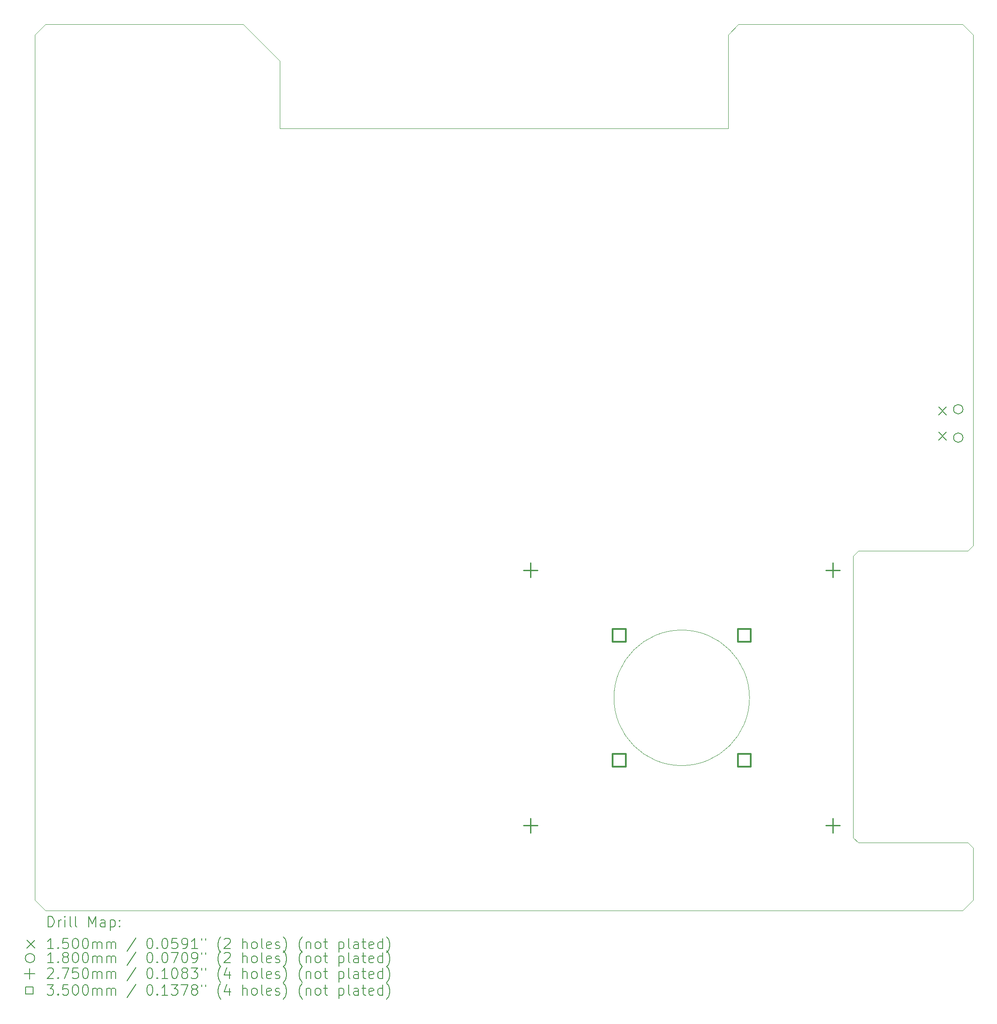
<source format=gbr>
%FSLAX45Y45*%
G04 Gerber Fmt 4.5, Leading zero omitted, Abs format (unit mm)*
G04 Created by KiCad (PCBNEW (6.0.1)) date 2022-05-20 20:27:30*
%MOMM*%
%LPD*%
G01*
G04 APERTURE LIST*
%TA.AperFunction,Profile*%
%ADD10C,0.050000*%
%TD*%
%TA.AperFunction,Profile*%
%ADD11C,0.100000*%
%TD*%
%ADD12C,0.200000*%
%ADD13C,0.150000*%
%ADD14C,0.180000*%
%ADD15C,0.275000*%
%ADD16C,0.350000*%
G04 APERTURE END LIST*
D10*
X2000000Y-18800000D02*
X2000000Y-2200000D01*
X6700000Y-4000000D02*
X6700000Y-2700000D01*
X15300000Y-4000000D02*
X6700000Y-4000000D01*
X15300000Y-2200000D02*
X15300000Y-4000000D01*
X17700000Y-17600000D02*
X17700000Y-12200000D01*
X2000000Y-2200000D02*
X2200000Y-2000000D01*
X17700000Y-12200000D02*
X17800000Y-12100000D01*
X20000000Y-17800000D02*
X19900000Y-17700000D01*
X17800000Y-17700000D02*
X17700000Y-17600000D01*
D11*
X15710000Y-14920000D02*
G75*
G03*
X15710000Y-14920000I-1300000J0D01*
G01*
D10*
X19800000Y-2000000D02*
X20000000Y-2200000D01*
X19800000Y-19000000D02*
X2200000Y-19000000D01*
X19900000Y-12100000D02*
X20000000Y-12000000D01*
X19800000Y-2000000D02*
X15500000Y-2000000D01*
X6000000Y-2000000D02*
X6700000Y-2700000D01*
X20000000Y-12000000D02*
X20000000Y-2200000D01*
X2200000Y-2000000D02*
X6000000Y-2000000D01*
X15500000Y-2000000D02*
X15300000Y-2200000D01*
X17800000Y-12100000D02*
X19900000Y-12100000D01*
X19800000Y-19000000D02*
X20000000Y-18800000D01*
X2000000Y-18800000D02*
X2200000Y-19000000D01*
X19900000Y-17700000D02*
X17800000Y-17700000D01*
X20000000Y-18800000D02*
X20000000Y-17800000D01*
D12*
D13*
X19336500Y-9339000D02*
X19486500Y-9489000D01*
X19486500Y-9339000D02*
X19336500Y-9489000D01*
X19336500Y-9824000D02*
X19486500Y-9974000D01*
X19486500Y-9824000D02*
X19336500Y-9974000D01*
D14*
X19804500Y-9384000D02*
G75*
G03*
X19804500Y-9384000I-90000J0D01*
G01*
X19804500Y-9929000D02*
G75*
G03*
X19804500Y-9929000I-90000J0D01*
G01*
D15*
X11510000Y-12332500D02*
X11510000Y-12607500D01*
X11372500Y-12470000D02*
X11647500Y-12470000D01*
X11510000Y-17232500D02*
X11510000Y-17507500D01*
X11372500Y-17370000D02*
X11647500Y-17370000D01*
X17310000Y-12332500D02*
X17310000Y-12607500D01*
X17172500Y-12470000D02*
X17447500Y-12470000D01*
X17310000Y-17232500D02*
X17310000Y-17507500D01*
X17172500Y-17370000D02*
X17447500Y-17370000D01*
D16*
X13333745Y-13843745D02*
X13333745Y-13596255D01*
X13086255Y-13596255D01*
X13086255Y-13843745D01*
X13333745Y-13843745D01*
X13333745Y-16243745D02*
X13333745Y-15996255D01*
X13086255Y-15996255D01*
X13086255Y-16243745D01*
X13333745Y-16243745D01*
X15733745Y-13843745D02*
X15733745Y-13596255D01*
X15486255Y-13596255D01*
X15486255Y-13843745D01*
X15733745Y-13843745D01*
X15733745Y-16243745D02*
X15733745Y-15996255D01*
X15486255Y-15996255D01*
X15486255Y-16243745D01*
X15733745Y-16243745D01*
D12*
X2255119Y-19312976D02*
X2255119Y-19112976D01*
X2302738Y-19112976D01*
X2331310Y-19122500D01*
X2350357Y-19141548D01*
X2359881Y-19160595D01*
X2369405Y-19198690D01*
X2369405Y-19227262D01*
X2359881Y-19265357D01*
X2350357Y-19284405D01*
X2331310Y-19303452D01*
X2302738Y-19312976D01*
X2255119Y-19312976D01*
X2455119Y-19312976D02*
X2455119Y-19179643D01*
X2455119Y-19217738D02*
X2464643Y-19198690D01*
X2474167Y-19189167D01*
X2493214Y-19179643D01*
X2512262Y-19179643D01*
X2578929Y-19312976D02*
X2578929Y-19179643D01*
X2578929Y-19112976D02*
X2569405Y-19122500D01*
X2578929Y-19132024D01*
X2588452Y-19122500D01*
X2578929Y-19112976D01*
X2578929Y-19132024D01*
X2702738Y-19312976D02*
X2683690Y-19303452D01*
X2674167Y-19284405D01*
X2674167Y-19112976D01*
X2807500Y-19312976D02*
X2788452Y-19303452D01*
X2778929Y-19284405D01*
X2778929Y-19112976D01*
X3036071Y-19312976D02*
X3036071Y-19112976D01*
X3102738Y-19255833D01*
X3169405Y-19112976D01*
X3169405Y-19312976D01*
X3350357Y-19312976D02*
X3350357Y-19208214D01*
X3340833Y-19189167D01*
X3321786Y-19179643D01*
X3283690Y-19179643D01*
X3264643Y-19189167D01*
X3350357Y-19303452D02*
X3331309Y-19312976D01*
X3283690Y-19312976D01*
X3264643Y-19303452D01*
X3255119Y-19284405D01*
X3255119Y-19265357D01*
X3264643Y-19246310D01*
X3283690Y-19236786D01*
X3331309Y-19236786D01*
X3350357Y-19227262D01*
X3445595Y-19179643D02*
X3445595Y-19379643D01*
X3445595Y-19189167D02*
X3464643Y-19179643D01*
X3502738Y-19179643D01*
X3521786Y-19189167D01*
X3531309Y-19198690D01*
X3540833Y-19217738D01*
X3540833Y-19274881D01*
X3531309Y-19293929D01*
X3521786Y-19303452D01*
X3502738Y-19312976D01*
X3464643Y-19312976D01*
X3445595Y-19303452D01*
X3626548Y-19293929D02*
X3636071Y-19303452D01*
X3626548Y-19312976D01*
X3617024Y-19303452D01*
X3626548Y-19293929D01*
X3626548Y-19312976D01*
X3626548Y-19189167D02*
X3636071Y-19198690D01*
X3626548Y-19208214D01*
X3617024Y-19198690D01*
X3626548Y-19189167D01*
X3626548Y-19208214D01*
D13*
X1847500Y-19567500D02*
X1997500Y-19717500D01*
X1997500Y-19567500D02*
X1847500Y-19717500D01*
D12*
X2359881Y-19732976D02*
X2245595Y-19732976D01*
X2302738Y-19732976D02*
X2302738Y-19532976D01*
X2283690Y-19561548D01*
X2264643Y-19580595D01*
X2245595Y-19590119D01*
X2445595Y-19713929D02*
X2455119Y-19723452D01*
X2445595Y-19732976D01*
X2436071Y-19723452D01*
X2445595Y-19713929D01*
X2445595Y-19732976D01*
X2636071Y-19532976D02*
X2540833Y-19532976D01*
X2531310Y-19628214D01*
X2540833Y-19618690D01*
X2559881Y-19609167D01*
X2607500Y-19609167D01*
X2626548Y-19618690D01*
X2636071Y-19628214D01*
X2645595Y-19647262D01*
X2645595Y-19694881D01*
X2636071Y-19713929D01*
X2626548Y-19723452D01*
X2607500Y-19732976D01*
X2559881Y-19732976D01*
X2540833Y-19723452D01*
X2531310Y-19713929D01*
X2769405Y-19532976D02*
X2788452Y-19532976D01*
X2807500Y-19542500D01*
X2817024Y-19552024D01*
X2826548Y-19571071D01*
X2836071Y-19609167D01*
X2836071Y-19656786D01*
X2826548Y-19694881D01*
X2817024Y-19713929D01*
X2807500Y-19723452D01*
X2788452Y-19732976D01*
X2769405Y-19732976D01*
X2750357Y-19723452D01*
X2740833Y-19713929D01*
X2731310Y-19694881D01*
X2721786Y-19656786D01*
X2721786Y-19609167D01*
X2731310Y-19571071D01*
X2740833Y-19552024D01*
X2750357Y-19542500D01*
X2769405Y-19532976D01*
X2959881Y-19532976D02*
X2978928Y-19532976D01*
X2997976Y-19542500D01*
X3007500Y-19552024D01*
X3017024Y-19571071D01*
X3026548Y-19609167D01*
X3026548Y-19656786D01*
X3017024Y-19694881D01*
X3007500Y-19713929D01*
X2997976Y-19723452D01*
X2978928Y-19732976D01*
X2959881Y-19732976D01*
X2940833Y-19723452D01*
X2931309Y-19713929D01*
X2921786Y-19694881D01*
X2912262Y-19656786D01*
X2912262Y-19609167D01*
X2921786Y-19571071D01*
X2931309Y-19552024D01*
X2940833Y-19542500D01*
X2959881Y-19532976D01*
X3112262Y-19732976D02*
X3112262Y-19599643D01*
X3112262Y-19618690D02*
X3121786Y-19609167D01*
X3140833Y-19599643D01*
X3169405Y-19599643D01*
X3188452Y-19609167D01*
X3197976Y-19628214D01*
X3197976Y-19732976D01*
X3197976Y-19628214D02*
X3207500Y-19609167D01*
X3226548Y-19599643D01*
X3255119Y-19599643D01*
X3274167Y-19609167D01*
X3283690Y-19628214D01*
X3283690Y-19732976D01*
X3378928Y-19732976D02*
X3378928Y-19599643D01*
X3378928Y-19618690D02*
X3388452Y-19609167D01*
X3407500Y-19599643D01*
X3436071Y-19599643D01*
X3455119Y-19609167D01*
X3464643Y-19628214D01*
X3464643Y-19732976D01*
X3464643Y-19628214D02*
X3474167Y-19609167D01*
X3493214Y-19599643D01*
X3521786Y-19599643D01*
X3540833Y-19609167D01*
X3550357Y-19628214D01*
X3550357Y-19732976D01*
X3940833Y-19523452D02*
X3769405Y-19780595D01*
X4197976Y-19532976D02*
X4217024Y-19532976D01*
X4236071Y-19542500D01*
X4245595Y-19552024D01*
X4255119Y-19571071D01*
X4264643Y-19609167D01*
X4264643Y-19656786D01*
X4255119Y-19694881D01*
X4245595Y-19713929D01*
X4236071Y-19723452D01*
X4217024Y-19732976D01*
X4197976Y-19732976D01*
X4178928Y-19723452D01*
X4169405Y-19713929D01*
X4159881Y-19694881D01*
X4150357Y-19656786D01*
X4150357Y-19609167D01*
X4159881Y-19571071D01*
X4169405Y-19552024D01*
X4178928Y-19542500D01*
X4197976Y-19532976D01*
X4350357Y-19713929D02*
X4359881Y-19723452D01*
X4350357Y-19732976D01*
X4340833Y-19723452D01*
X4350357Y-19713929D01*
X4350357Y-19732976D01*
X4483690Y-19532976D02*
X4502738Y-19532976D01*
X4521786Y-19542500D01*
X4531310Y-19552024D01*
X4540833Y-19571071D01*
X4550357Y-19609167D01*
X4550357Y-19656786D01*
X4540833Y-19694881D01*
X4531310Y-19713929D01*
X4521786Y-19723452D01*
X4502738Y-19732976D01*
X4483690Y-19732976D01*
X4464643Y-19723452D01*
X4455119Y-19713929D01*
X4445595Y-19694881D01*
X4436071Y-19656786D01*
X4436071Y-19609167D01*
X4445595Y-19571071D01*
X4455119Y-19552024D01*
X4464643Y-19542500D01*
X4483690Y-19532976D01*
X4731310Y-19532976D02*
X4636071Y-19532976D01*
X4626548Y-19628214D01*
X4636071Y-19618690D01*
X4655119Y-19609167D01*
X4702738Y-19609167D01*
X4721786Y-19618690D01*
X4731310Y-19628214D01*
X4740833Y-19647262D01*
X4740833Y-19694881D01*
X4731310Y-19713929D01*
X4721786Y-19723452D01*
X4702738Y-19732976D01*
X4655119Y-19732976D01*
X4636071Y-19723452D01*
X4626548Y-19713929D01*
X4836071Y-19732976D02*
X4874167Y-19732976D01*
X4893214Y-19723452D01*
X4902738Y-19713929D01*
X4921786Y-19685357D01*
X4931310Y-19647262D01*
X4931310Y-19571071D01*
X4921786Y-19552024D01*
X4912262Y-19542500D01*
X4893214Y-19532976D01*
X4855119Y-19532976D01*
X4836071Y-19542500D01*
X4826548Y-19552024D01*
X4817024Y-19571071D01*
X4817024Y-19618690D01*
X4826548Y-19637738D01*
X4836071Y-19647262D01*
X4855119Y-19656786D01*
X4893214Y-19656786D01*
X4912262Y-19647262D01*
X4921786Y-19637738D01*
X4931310Y-19618690D01*
X5121786Y-19732976D02*
X5007500Y-19732976D01*
X5064643Y-19732976D02*
X5064643Y-19532976D01*
X5045595Y-19561548D01*
X5026548Y-19580595D01*
X5007500Y-19590119D01*
X5197976Y-19532976D02*
X5197976Y-19571071D01*
X5274167Y-19532976D02*
X5274167Y-19571071D01*
X5569405Y-19809167D02*
X5559881Y-19799643D01*
X5540833Y-19771071D01*
X5531310Y-19752024D01*
X5521786Y-19723452D01*
X5512262Y-19675833D01*
X5512262Y-19637738D01*
X5521786Y-19590119D01*
X5531310Y-19561548D01*
X5540833Y-19542500D01*
X5559881Y-19513929D01*
X5569405Y-19504405D01*
X5636071Y-19552024D02*
X5645595Y-19542500D01*
X5664643Y-19532976D01*
X5712262Y-19532976D01*
X5731309Y-19542500D01*
X5740833Y-19552024D01*
X5750357Y-19571071D01*
X5750357Y-19590119D01*
X5740833Y-19618690D01*
X5626548Y-19732976D01*
X5750357Y-19732976D01*
X5988452Y-19732976D02*
X5988452Y-19532976D01*
X6074167Y-19732976D02*
X6074167Y-19628214D01*
X6064643Y-19609167D01*
X6045595Y-19599643D01*
X6017024Y-19599643D01*
X5997976Y-19609167D01*
X5988452Y-19618690D01*
X6197976Y-19732976D02*
X6178928Y-19723452D01*
X6169405Y-19713929D01*
X6159881Y-19694881D01*
X6159881Y-19637738D01*
X6169405Y-19618690D01*
X6178928Y-19609167D01*
X6197976Y-19599643D01*
X6226548Y-19599643D01*
X6245595Y-19609167D01*
X6255119Y-19618690D01*
X6264643Y-19637738D01*
X6264643Y-19694881D01*
X6255119Y-19713929D01*
X6245595Y-19723452D01*
X6226548Y-19732976D01*
X6197976Y-19732976D01*
X6378928Y-19732976D02*
X6359881Y-19723452D01*
X6350357Y-19704405D01*
X6350357Y-19532976D01*
X6531309Y-19723452D02*
X6512262Y-19732976D01*
X6474167Y-19732976D01*
X6455119Y-19723452D01*
X6445595Y-19704405D01*
X6445595Y-19628214D01*
X6455119Y-19609167D01*
X6474167Y-19599643D01*
X6512262Y-19599643D01*
X6531309Y-19609167D01*
X6540833Y-19628214D01*
X6540833Y-19647262D01*
X6445595Y-19666310D01*
X6617024Y-19723452D02*
X6636071Y-19732976D01*
X6674167Y-19732976D01*
X6693214Y-19723452D01*
X6702738Y-19704405D01*
X6702738Y-19694881D01*
X6693214Y-19675833D01*
X6674167Y-19666310D01*
X6645595Y-19666310D01*
X6626548Y-19656786D01*
X6617024Y-19637738D01*
X6617024Y-19628214D01*
X6626548Y-19609167D01*
X6645595Y-19599643D01*
X6674167Y-19599643D01*
X6693214Y-19609167D01*
X6769405Y-19809167D02*
X6778928Y-19799643D01*
X6797976Y-19771071D01*
X6807500Y-19752024D01*
X6817024Y-19723452D01*
X6826548Y-19675833D01*
X6826548Y-19637738D01*
X6817024Y-19590119D01*
X6807500Y-19561548D01*
X6797976Y-19542500D01*
X6778928Y-19513929D01*
X6769405Y-19504405D01*
X7131309Y-19809167D02*
X7121786Y-19799643D01*
X7102738Y-19771071D01*
X7093214Y-19752024D01*
X7083690Y-19723452D01*
X7074167Y-19675833D01*
X7074167Y-19637738D01*
X7083690Y-19590119D01*
X7093214Y-19561548D01*
X7102738Y-19542500D01*
X7121786Y-19513929D01*
X7131309Y-19504405D01*
X7207500Y-19599643D02*
X7207500Y-19732976D01*
X7207500Y-19618690D02*
X7217024Y-19609167D01*
X7236071Y-19599643D01*
X7264643Y-19599643D01*
X7283690Y-19609167D01*
X7293214Y-19628214D01*
X7293214Y-19732976D01*
X7417024Y-19732976D02*
X7397976Y-19723452D01*
X7388452Y-19713929D01*
X7378928Y-19694881D01*
X7378928Y-19637738D01*
X7388452Y-19618690D01*
X7397976Y-19609167D01*
X7417024Y-19599643D01*
X7445595Y-19599643D01*
X7464643Y-19609167D01*
X7474167Y-19618690D01*
X7483690Y-19637738D01*
X7483690Y-19694881D01*
X7474167Y-19713929D01*
X7464643Y-19723452D01*
X7445595Y-19732976D01*
X7417024Y-19732976D01*
X7540833Y-19599643D02*
X7617024Y-19599643D01*
X7569405Y-19532976D02*
X7569405Y-19704405D01*
X7578928Y-19723452D01*
X7597976Y-19732976D01*
X7617024Y-19732976D01*
X7836071Y-19599643D02*
X7836071Y-19799643D01*
X7836071Y-19609167D02*
X7855119Y-19599643D01*
X7893214Y-19599643D01*
X7912262Y-19609167D01*
X7921786Y-19618690D01*
X7931309Y-19637738D01*
X7931309Y-19694881D01*
X7921786Y-19713929D01*
X7912262Y-19723452D01*
X7893214Y-19732976D01*
X7855119Y-19732976D01*
X7836071Y-19723452D01*
X8045595Y-19732976D02*
X8026548Y-19723452D01*
X8017024Y-19704405D01*
X8017024Y-19532976D01*
X8207500Y-19732976D02*
X8207500Y-19628214D01*
X8197976Y-19609167D01*
X8178928Y-19599643D01*
X8140833Y-19599643D01*
X8121786Y-19609167D01*
X8207500Y-19723452D02*
X8188452Y-19732976D01*
X8140833Y-19732976D01*
X8121786Y-19723452D01*
X8112262Y-19704405D01*
X8112262Y-19685357D01*
X8121786Y-19666310D01*
X8140833Y-19656786D01*
X8188452Y-19656786D01*
X8207500Y-19647262D01*
X8274167Y-19599643D02*
X8350357Y-19599643D01*
X8302738Y-19532976D02*
X8302738Y-19704405D01*
X8312262Y-19723452D01*
X8331309Y-19732976D01*
X8350357Y-19732976D01*
X8493214Y-19723452D02*
X8474167Y-19732976D01*
X8436071Y-19732976D01*
X8417024Y-19723452D01*
X8407500Y-19704405D01*
X8407500Y-19628214D01*
X8417024Y-19609167D01*
X8436071Y-19599643D01*
X8474167Y-19599643D01*
X8493214Y-19609167D01*
X8502738Y-19628214D01*
X8502738Y-19647262D01*
X8407500Y-19666310D01*
X8674167Y-19732976D02*
X8674167Y-19532976D01*
X8674167Y-19723452D02*
X8655119Y-19732976D01*
X8617024Y-19732976D01*
X8597976Y-19723452D01*
X8588452Y-19713929D01*
X8578929Y-19694881D01*
X8578929Y-19637738D01*
X8588452Y-19618690D01*
X8597976Y-19609167D01*
X8617024Y-19599643D01*
X8655119Y-19599643D01*
X8674167Y-19609167D01*
X8750357Y-19809167D02*
X8759881Y-19799643D01*
X8778929Y-19771071D01*
X8788452Y-19752024D01*
X8797976Y-19723452D01*
X8807500Y-19675833D01*
X8807500Y-19637738D01*
X8797976Y-19590119D01*
X8788452Y-19561548D01*
X8778929Y-19542500D01*
X8759881Y-19513929D01*
X8750357Y-19504405D01*
D14*
X1997500Y-19912500D02*
G75*
G03*
X1997500Y-19912500I-90000J0D01*
G01*
D12*
X2359881Y-20002976D02*
X2245595Y-20002976D01*
X2302738Y-20002976D02*
X2302738Y-19802976D01*
X2283690Y-19831548D01*
X2264643Y-19850595D01*
X2245595Y-19860119D01*
X2445595Y-19983929D02*
X2455119Y-19993452D01*
X2445595Y-20002976D01*
X2436071Y-19993452D01*
X2445595Y-19983929D01*
X2445595Y-20002976D01*
X2569405Y-19888690D02*
X2550357Y-19879167D01*
X2540833Y-19869643D01*
X2531310Y-19850595D01*
X2531310Y-19841071D01*
X2540833Y-19822024D01*
X2550357Y-19812500D01*
X2569405Y-19802976D01*
X2607500Y-19802976D01*
X2626548Y-19812500D01*
X2636071Y-19822024D01*
X2645595Y-19841071D01*
X2645595Y-19850595D01*
X2636071Y-19869643D01*
X2626548Y-19879167D01*
X2607500Y-19888690D01*
X2569405Y-19888690D01*
X2550357Y-19898214D01*
X2540833Y-19907738D01*
X2531310Y-19926786D01*
X2531310Y-19964881D01*
X2540833Y-19983929D01*
X2550357Y-19993452D01*
X2569405Y-20002976D01*
X2607500Y-20002976D01*
X2626548Y-19993452D01*
X2636071Y-19983929D01*
X2645595Y-19964881D01*
X2645595Y-19926786D01*
X2636071Y-19907738D01*
X2626548Y-19898214D01*
X2607500Y-19888690D01*
X2769405Y-19802976D02*
X2788452Y-19802976D01*
X2807500Y-19812500D01*
X2817024Y-19822024D01*
X2826548Y-19841071D01*
X2836071Y-19879167D01*
X2836071Y-19926786D01*
X2826548Y-19964881D01*
X2817024Y-19983929D01*
X2807500Y-19993452D01*
X2788452Y-20002976D01*
X2769405Y-20002976D01*
X2750357Y-19993452D01*
X2740833Y-19983929D01*
X2731310Y-19964881D01*
X2721786Y-19926786D01*
X2721786Y-19879167D01*
X2731310Y-19841071D01*
X2740833Y-19822024D01*
X2750357Y-19812500D01*
X2769405Y-19802976D01*
X2959881Y-19802976D02*
X2978928Y-19802976D01*
X2997976Y-19812500D01*
X3007500Y-19822024D01*
X3017024Y-19841071D01*
X3026548Y-19879167D01*
X3026548Y-19926786D01*
X3017024Y-19964881D01*
X3007500Y-19983929D01*
X2997976Y-19993452D01*
X2978928Y-20002976D01*
X2959881Y-20002976D01*
X2940833Y-19993452D01*
X2931309Y-19983929D01*
X2921786Y-19964881D01*
X2912262Y-19926786D01*
X2912262Y-19879167D01*
X2921786Y-19841071D01*
X2931309Y-19822024D01*
X2940833Y-19812500D01*
X2959881Y-19802976D01*
X3112262Y-20002976D02*
X3112262Y-19869643D01*
X3112262Y-19888690D02*
X3121786Y-19879167D01*
X3140833Y-19869643D01*
X3169405Y-19869643D01*
X3188452Y-19879167D01*
X3197976Y-19898214D01*
X3197976Y-20002976D01*
X3197976Y-19898214D02*
X3207500Y-19879167D01*
X3226548Y-19869643D01*
X3255119Y-19869643D01*
X3274167Y-19879167D01*
X3283690Y-19898214D01*
X3283690Y-20002976D01*
X3378928Y-20002976D02*
X3378928Y-19869643D01*
X3378928Y-19888690D02*
X3388452Y-19879167D01*
X3407500Y-19869643D01*
X3436071Y-19869643D01*
X3455119Y-19879167D01*
X3464643Y-19898214D01*
X3464643Y-20002976D01*
X3464643Y-19898214D02*
X3474167Y-19879167D01*
X3493214Y-19869643D01*
X3521786Y-19869643D01*
X3540833Y-19879167D01*
X3550357Y-19898214D01*
X3550357Y-20002976D01*
X3940833Y-19793452D02*
X3769405Y-20050595D01*
X4197976Y-19802976D02*
X4217024Y-19802976D01*
X4236071Y-19812500D01*
X4245595Y-19822024D01*
X4255119Y-19841071D01*
X4264643Y-19879167D01*
X4264643Y-19926786D01*
X4255119Y-19964881D01*
X4245595Y-19983929D01*
X4236071Y-19993452D01*
X4217024Y-20002976D01*
X4197976Y-20002976D01*
X4178928Y-19993452D01*
X4169405Y-19983929D01*
X4159881Y-19964881D01*
X4150357Y-19926786D01*
X4150357Y-19879167D01*
X4159881Y-19841071D01*
X4169405Y-19822024D01*
X4178928Y-19812500D01*
X4197976Y-19802976D01*
X4350357Y-19983929D02*
X4359881Y-19993452D01*
X4350357Y-20002976D01*
X4340833Y-19993452D01*
X4350357Y-19983929D01*
X4350357Y-20002976D01*
X4483690Y-19802976D02*
X4502738Y-19802976D01*
X4521786Y-19812500D01*
X4531310Y-19822024D01*
X4540833Y-19841071D01*
X4550357Y-19879167D01*
X4550357Y-19926786D01*
X4540833Y-19964881D01*
X4531310Y-19983929D01*
X4521786Y-19993452D01*
X4502738Y-20002976D01*
X4483690Y-20002976D01*
X4464643Y-19993452D01*
X4455119Y-19983929D01*
X4445595Y-19964881D01*
X4436071Y-19926786D01*
X4436071Y-19879167D01*
X4445595Y-19841071D01*
X4455119Y-19822024D01*
X4464643Y-19812500D01*
X4483690Y-19802976D01*
X4617024Y-19802976D02*
X4750357Y-19802976D01*
X4664643Y-20002976D01*
X4864643Y-19802976D02*
X4883690Y-19802976D01*
X4902738Y-19812500D01*
X4912262Y-19822024D01*
X4921786Y-19841071D01*
X4931310Y-19879167D01*
X4931310Y-19926786D01*
X4921786Y-19964881D01*
X4912262Y-19983929D01*
X4902738Y-19993452D01*
X4883690Y-20002976D01*
X4864643Y-20002976D01*
X4845595Y-19993452D01*
X4836071Y-19983929D01*
X4826548Y-19964881D01*
X4817024Y-19926786D01*
X4817024Y-19879167D01*
X4826548Y-19841071D01*
X4836071Y-19822024D01*
X4845595Y-19812500D01*
X4864643Y-19802976D01*
X5026548Y-20002976D02*
X5064643Y-20002976D01*
X5083690Y-19993452D01*
X5093214Y-19983929D01*
X5112262Y-19955357D01*
X5121786Y-19917262D01*
X5121786Y-19841071D01*
X5112262Y-19822024D01*
X5102738Y-19812500D01*
X5083690Y-19802976D01*
X5045595Y-19802976D01*
X5026548Y-19812500D01*
X5017024Y-19822024D01*
X5007500Y-19841071D01*
X5007500Y-19888690D01*
X5017024Y-19907738D01*
X5026548Y-19917262D01*
X5045595Y-19926786D01*
X5083690Y-19926786D01*
X5102738Y-19917262D01*
X5112262Y-19907738D01*
X5121786Y-19888690D01*
X5197976Y-19802976D02*
X5197976Y-19841071D01*
X5274167Y-19802976D02*
X5274167Y-19841071D01*
X5569405Y-20079167D02*
X5559881Y-20069643D01*
X5540833Y-20041071D01*
X5531310Y-20022024D01*
X5521786Y-19993452D01*
X5512262Y-19945833D01*
X5512262Y-19907738D01*
X5521786Y-19860119D01*
X5531310Y-19831548D01*
X5540833Y-19812500D01*
X5559881Y-19783929D01*
X5569405Y-19774405D01*
X5636071Y-19822024D02*
X5645595Y-19812500D01*
X5664643Y-19802976D01*
X5712262Y-19802976D01*
X5731309Y-19812500D01*
X5740833Y-19822024D01*
X5750357Y-19841071D01*
X5750357Y-19860119D01*
X5740833Y-19888690D01*
X5626548Y-20002976D01*
X5750357Y-20002976D01*
X5988452Y-20002976D02*
X5988452Y-19802976D01*
X6074167Y-20002976D02*
X6074167Y-19898214D01*
X6064643Y-19879167D01*
X6045595Y-19869643D01*
X6017024Y-19869643D01*
X5997976Y-19879167D01*
X5988452Y-19888690D01*
X6197976Y-20002976D02*
X6178928Y-19993452D01*
X6169405Y-19983929D01*
X6159881Y-19964881D01*
X6159881Y-19907738D01*
X6169405Y-19888690D01*
X6178928Y-19879167D01*
X6197976Y-19869643D01*
X6226548Y-19869643D01*
X6245595Y-19879167D01*
X6255119Y-19888690D01*
X6264643Y-19907738D01*
X6264643Y-19964881D01*
X6255119Y-19983929D01*
X6245595Y-19993452D01*
X6226548Y-20002976D01*
X6197976Y-20002976D01*
X6378928Y-20002976D02*
X6359881Y-19993452D01*
X6350357Y-19974405D01*
X6350357Y-19802976D01*
X6531309Y-19993452D02*
X6512262Y-20002976D01*
X6474167Y-20002976D01*
X6455119Y-19993452D01*
X6445595Y-19974405D01*
X6445595Y-19898214D01*
X6455119Y-19879167D01*
X6474167Y-19869643D01*
X6512262Y-19869643D01*
X6531309Y-19879167D01*
X6540833Y-19898214D01*
X6540833Y-19917262D01*
X6445595Y-19936310D01*
X6617024Y-19993452D02*
X6636071Y-20002976D01*
X6674167Y-20002976D01*
X6693214Y-19993452D01*
X6702738Y-19974405D01*
X6702738Y-19964881D01*
X6693214Y-19945833D01*
X6674167Y-19936310D01*
X6645595Y-19936310D01*
X6626548Y-19926786D01*
X6617024Y-19907738D01*
X6617024Y-19898214D01*
X6626548Y-19879167D01*
X6645595Y-19869643D01*
X6674167Y-19869643D01*
X6693214Y-19879167D01*
X6769405Y-20079167D02*
X6778928Y-20069643D01*
X6797976Y-20041071D01*
X6807500Y-20022024D01*
X6817024Y-19993452D01*
X6826548Y-19945833D01*
X6826548Y-19907738D01*
X6817024Y-19860119D01*
X6807500Y-19831548D01*
X6797976Y-19812500D01*
X6778928Y-19783929D01*
X6769405Y-19774405D01*
X7131309Y-20079167D02*
X7121786Y-20069643D01*
X7102738Y-20041071D01*
X7093214Y-20022024D01*
X7083690Y-19993452D01*
X7074167Y-19945833D01*
X7074167Y-19907738D01*
X7083690Y-19860119D01*
X7093214Y-19831548D01*
X7102738Y-19812500D01*
X7121786Y-19783929D01*
X7131309Y-19774405D01*
X7207500Y-19869643D02*
X7207500Y-20002976D01*
X7207500Y-19888690D02*
X7217024Y-19879167D01*
X7236071Y-19869643D01*
X7264643Y-19869643D01*
X7283690Y-19879167D01*
X7293214Y-19898214D01*
X7293214Y-20002976D01*
X7417024Y-20002976D02*
X7397976Y-19993452D01*
X7388452Y-19983929D01*
X7378928Y-19964881D01*
X7378928Y-19907738D01*
X7388452Y-19888690D01*
X7397976Y-19879167D01*
X7417024Y-19869643D01*
X7445595Y-19869643D01*
X7464643Y-19879167D01*
X7474167Y-19888690D01*
X7483690Y-19907738D01*
X7483690Y-19964881D01*
X7474167Y-19983929D01*
X7464643Y-19993452D01*
X7445595Y-20002976D01*
X7417024Y-20002976D01*
X7540833Y-19869643D02*
X7617024Y-19869643D01*
X7569405Y-19802976D02*
X7569405Y-19974405D01*
X7578928Y-19993452D01*
X7597976Y-20002976D01*
X7617024Y-20002976D01*
X7836071Y-19869643D02*
X7836071Y-20069643D01*
X7836071Y-19879167D02*
X7855119Y-19869643D01*
X7893214Y-19869643D01*
X7912262Y-19879167D01*
X7921786Y-19888690D01*
X7931309Y-19907738D01*
X7931309Y-19964881D01*
X7921786Y-19983929D01*
X7912262Y-19993452D01*
X7893214Y-20002976D01*
X7855119Y-20002976D01*
X7836071Y-19993452D01*
X8045595Y-20002976D02*
X8026548Y-19993452D01*
X8017024Y-19974405D01*
X8017024Y-19802976D01*
X8207500Y-20002976D02*
X8207500Y-19898214D01*
X8197976Y-19879167D01*
X8178928Y-19869643D01*
X8140833Y-19869643D01*
X8121786Y-19879167D01*
X8207500Y-19993452D02*
X8188452Y-20002976D01*
X8140833Y-20002976D01*
X8121786Y-19993452D01*
X8112262Y-19974405D01*
X8112262Y-19955357D01*
X8121786Y-19936310D01*
X8140833Y-19926786D01*
X8188452Y-19926786D01*
X8207500Y-19917262D01*
X8274167Y-19869643D02*
X8350357Y-19869643D01*
X8302738Y-19802976D02*
X8302738Y-19974405D01*
X8312262Y-19993452D01*
X8331309Y-20002976D01*
X8350357Y-20002976D01*
X8493214Y-19993452D02*
X8474167Y-20002976D01*
X8436071Y-20002976D01*
X8417024Y-19993452D01*
X8407500Y-19974405D01*
X8407500Y-19898214D01*
X8417024Y-19879167D01*
X8436071Y-19869643D01*
X8474167Y-19869643D01*
X8493214Y-19879167D01*
X8502738Y-19898214D01*
X8502738Y-19917262D01*
X8407500Y-19936310D01*
X8674167Y-20002976D02*
X8674167Y-19802976D01*
X8674167Y-19993452D02*
X8655119Y-20002976D01*
X8617024Y-20002976D01*
X8597976Y-19993452D01*
X8588452Y-19983929D01*
X8578929Y-19964881D01*
X8578929Y-19907738D01*
X8588452Y-19888690D01*
X8597976Y-19879167D01*
X8617024Y-19869643D01*
X8655119Y-19869643D01*
X8674167Y-19879167D01*
X8750357Y-20079167D02*
X8759881Y-20069643D01*
X8778929Y-20041071D01*
X8788452Y-20022024D01*
X8797976Y-19993452D01*
X8807500Y-19945833D01*
X8807500Y-19907738D01*
X8797976Y-19860119D01*
X8788452Y-19831548D01*
X8778929Y-19812500D01*
X8759881Y-19783929D01*
X8750357Y-19774405D01*
X1897500Y-20112500D02*
X1897500Y-20312500D01*
X1797500Y-20212500D02*
X1997500Y-20212500D01*
X2245595Y-20122024D02*
X2255119Y-20112500D01*
X2274167Y-20102976D01*
X2321786Y-20102976D01*
X2340833Y-20112500D01*
X2350357Y-20122024D01*
X2359881Y-20141071D01*
X2359881Y-20160119D01*
X2350357Y-20188690D01*
X2236071Y-20302976D01*
X2359881Y-20302976D01*
X2445595Y-20283929D02*
X2455119Y-20293452D01*
X2445595Y-20302976D01*
X2436071Y-20293452D01*
X2445595Y-20283929D01*
X2445595Y-20302976D01*
X2521786Y-20102976D02*
X2655119Y-20102976D01*
X2569405Y-20302976D01*
X2826548Y-20102976D02*
X2731310Y-20102976D01*
X2721786Y-20198214D01*
X2731310Y-20188690D01*
X2750357Y-20179167D01*
X2797976Y-20179167D01*
X2817024Y-20188690D01*
X2826548Y-20198214D01*
X2836071Y-20217262D01*
X2836071Y-20264881D01*
X2826548Y-20283929D01*
X2817024Y-20293452D01*
X2797976Y-20302976D01*
X2750357Y-20302976D01*
X2731310Y-20293452D01*
X2721786Y-20283929D01*
X2959881Y-20102976D02*
X2978928Y-20102976D01*
X2997976Y-20112500D01*
X3007500Y-20122024D01*
X3017024Y-20141071D01*
X3026548Y-20179167D01*
X3026548Y-20226786D01*
X3017024Y-20264881D01*
X3007500Y-20283929D01*
X2997976Y-20293452D01*
X2978928Y-20302976D01*
X2959881Y-20302976D01*
X2940833Y-20293452D01*
X2931309Y-20283929D01*
X2921786Y-20264881D01*
X2912262Y-20226786D01*
X2912262Y-20179167D01*
X2921786Y-20141071D01*
X2931309Y-20122024D01*
X2940833Y-20112500D01*
X2959881Y-20102976D01*
X3112262Y-20302976D02*
X3112262Y-20169643D01*
X3112262Y-20188690D02*
X3121786Y-20179167D01*
X3140833Y-20169643D01*
X3169405Y-20169643D01*
X3188452Y-20179167D01*
X3197976Y-20198214D01*
X3197976Y-20302976D01*
X3197976Y-20198214D02*
X3207500Y-20179167D01*
X3226548Y-20169643D01*
X3255119Y-20169643D01*
X3274167Y-20179167D01*
X3283690Y-20198214D01*
X3283690Y-20302976D01*
X3378928Y-20302976D02*
X3378928Y-20169643D01*
X3378928Y-20188690D02*
X3388452Y-20179167D01*
X3407500Y-20169643D01*
X3436071Y-20169643D01*
X3455119Y-20179167D01*
X3464643Y-20198214D01*
X3464643Y-20302976D01*
X3464643Y-20198214D02*
X3474167Y-20179167D01*
X3493214Y-20169643D01*
X3521786Y-20169643D01*
X3540833Y-20179167D01*
X3550357Y-20198214D01*
X3550357Y-20302976D01*
X3940833Y-20093452D02*
X3769405Y-20350595D01*
X4197976Y-20102976D02*
X4217024Y-20102976D01*
X4236071Y-20112500D01*
X4245595Y-20122024D01*
X4255119Y-20141071D01*
X4264643Y-20179167D01*
X4264643Y-20226786D01*
X4255119Y-20264881D01*
X4245595Y-20283929D01*
X4236071Y-20293452D01*
X4217024Y-20302976D01*
X4197976Y-20302976D01*
X4178928Y-20293452D01*
X4169405Y-20283929D01*
X4159881Y-20264881D01*
X4150357Y-20226786D01*
X4150357Y-20179167D01*
X4159881Y-20141071D01*
X4169405Y-20122024D01*
X4178928Y-20112500D01*
X4197976Y-20102976D01*
X4350357Y-20283929D02*
X4359881Y-20293452D01*
X4350357Y-20302976D01*
X4340833Y-20293452D01*
X4350357Y-20283929D01*
X4350357Y-20302976D01*
X4550357Y-20302976D02*
X4436071Y-20302976D01*
X4493214Y-20302976D02*
X4493214Y-20102976D01*
X4474167Y-20131548D01*
X4455119Y-20150595D01*
X4436071Y-20160119D01*
X4674167Y-20102976D02*
X4693214Y-20102976D01*
X4712262Y-20112500D01*
X4721786Y-20122024D01*
X4731310Y-20141071D01*
X4740833Y-20179167D01*
X4740833Y-20226786D01*
X4731310Y-20264881D01*
X4721786Y-20283929D01*
X4712262Y-20293452D01*
X4693214Y-20302976D01*
X4674167Y-20302976D01*
X4655119Y-20293452D01*
X4645595Y-20283929D01*
X4636071Y-20264881D01*
X4626548Y-20226786D01*
X4626548Y-20179167D01*
X4636071Y-20141071D01*
X4645595Y-20122024D01*
X4655119Y-20112500D01*
X4674167Y-20102976D01*
X4855119Y-20188690D02*
X4836071Y-20179167D01*
X4826548Y-20169643D01*
X4817024Y-20150595D01*
X4817024Y-20141071D01*
X4826548Y-20122024D01*
X4836071Y-20112500D01*
X4855119Y-20102976D01*
X4893214Y-20102976D01*
X4912262Y-20112500D01*
X4921786Y-20122024D01*
X4931310Y-20141071D01*
X4931310Y-20150595D01*
X4921786Y-20169643D01*
X4912262Y-20179167D01*
X4893214Y-20188690D01*
X4855119Y-20188690D01*
X4836071Y-20198214D01*
X4826548Y-20207738D01*
X4817024Y-20226786D01*
X4817024Y-20264881D01*
X4826548Y-20283929D01*
X4836071Y-20293452D01*
X4855119Y-20302976D01*
X4893214Y-20302976D01*
X4912262Y-20293452D01*
X4921786Y-20283929D01*
X4931310Y-20264881D01*
X4931310Y-20226786D01*
X4921786Y-20207738D01*
X4912262Y-20198214D01*
X4893214Y-20188690D01*
X4997976Y-20102976D02*
X5121786Y-20102976D01*
X5055119Y-20179167D01*
X5083690Y-20179167D01*
X5102738Y-20188690D01*
X5112262Y-20198214D01*
X5121786Y-20217262D01*
X5121786Y-20264881D01*
X5112262Y-20283929D01*
X5102738Y-20293452D01*
X5083690Y-20302976D01*
X5026548Y-20302976D01*
X5007500Y-20293452D01*
X4997976Y-20283929D01*
X5197976Y-20102976D02*
X5197976Y-20141071D01*
X5274167Y-20102976D02*
X5274167Y-20141071D01*
X5569405Y-20379167D02*
X5559881Y-20369643D01*
X5540833Y-20341071D01*
X5531310Y-20322024D01*
X5521786Y-20293452D01*
X5512262Y-20245833D01*
X5512262Y-20207738D01*
X5521786Y-20160119D01*
X5531310Y-20131548D01*
X5540833Y-20112500D01*
X5559881Y-20083929D01*
X5569405Y-20074405D01*
X5731309Y-20169643D02*
X5731309Y-20302976D01*
X5683690Y-20093452D02*
X5636071Y-20236310D01*
X5759881Y-20236310D01*
X5988452Y-20302976D02*
X5988452Y-20102976D01*
X6074167Y-20302976D02*
X6074167Y-20198214D01*
X6064643Y-20179167D01*
X6045595Y-20169643D01*
X6017024Y-20169643D01*
X5997976Y-20179167D01*
X5988452Y-20188690D01*
X6197976Y-20302976D02*
X6178928Y-20293452D01*
X6169405Y-20283929D01*
X6159881Y-20264881D01*
X6159881Y-20207738D01*
X6169405Y-20188690D01*
X6178928Y-20179167D01*
X6197976Y-20169643D01*
X6226548Y-20169643D01*
X6245595Y-20179167D01*
X6255119Y-20188690D01*
X6264643Y-20207738D01*
X6264643Y-20264881D01*
X6255119Y-20283929D01*
X6245595Y-20293452D01*
X6226548Y-20302976D01*
X6197976Y-20302976D01*
X6378928Y-20302976D02*
X6359881Y-20293452D01*
X6350357Y-20274405D01*
X6350357Y-20102976D01*
X6531309Y-20293452D02*
X6512262Y-20302976D01*
X6474167Y-20302976D01*
X6455119Y-20293452D01*
X6445595Y-20274405D01*
X6445595Y-20198214D01*
X6455119Y-20179167D01*
X6474167Y-20169643D01*
X6512262Y-20169643D01*
X6531309Y-20179167D01*
X6540833Y-20198214D01*
X6540833Y-20217262D01*
X6445595Y-20236310D01*
X6617024Y-20293452D02*
X6636071Y-20302976D01*
X6674167Y-20302976D01*
X6693214Y-20293452D01*
X6702738Y-20274405D01*
X6702738Y-20264881D01*
X6693214Y-20245833D01*
X6674167Y-20236310D01*
X6645595Y-20236310D01*
X6626548Y-20226786D01*
X6617024Y-20207738D01*
X6617024Y-20198214D01*
X6626548Y-20179167D01*
X6645595Y-20169643D01*
X6674167Y-20169643D01*
X6693214Y-20179167D01*
X6769405Y-20379167D02*
X6778928Y-20369643D01*
X6797976Y-20341071D01*
X6807500Y-20322024D01*
X6817024Y-20293452D01*
X6826548Y-20245833D01*
X6826548Y-20207738D01*
X6817024Y-20160119D01*
X6807500Y-20131548D01*
X6797976Y-20112500D01*
X6778928Y-20083929D01*
X6769405Y-20074405D01*
X7131309Y-20379167D02*
X7121786Y-20369643D01*
X7102738Y-20341071D01*
X7093214Y-20322024D01*
X7083690Y-20293452D01*
X7074167Y-20245833D01*
X7074167Y-20207738D01*
X7083690Y-20160119D01*
X7093214Y-20131548D01*
X7102738Y-20112500D01*
X7121786Y-20083929D01*
X7131309Y-20074405D01*
X7207500Y-20169643D02*
X7207500Y-20302976D01*
X7207500Y-20188690D02*
X7217024Y-20179167D01*
X7236071Y-20169643D01*
X7264643Y-20169643D01*
X7283690Y-20179167D01*
X7293214Y-20198214D01*
X7293214Y-20302976D01*
X7417024Y-20302976D02*
X7397976Y-20293452D01*
X7388452Y-20283929D01*
X7378928Y-20264881D01*
X7378928Y-20207738D01*
X7388452Y-20188690D01*
X7397976Y-20179167D01*
X7417024Y-20169643D01*
X7445595Y-20169643D01*
X7464643Y-20179167D01*
X7474167Y-20188690D01*
X7483690Y-20207738D01*
X7483690Y-20264881D01*
X7474167Y-20283929D01*
X7464643Y-20293452D01*
X7445595Y-20302976D01*
X7417024Y-20302976D01*
X7540833Y-20169643D02*
X7617024Y-20169643D01*
X7569405Y-20102976D02*
X7569405Y-20274405D01*
X7578928Y-20293452D01*
X7597976Y-20302976D01*
X7617024Y-20302976D01*
X7836071Y-20169643D02*
X7836071Y-20369643D01*
X7836071Y-20179167D02*
X7855119Y-20169643D01*
X7893214Y-20169643D01*
X7912262Y-20179167D01*
X7921786Y-20188690D01*
X7931309Y-20207738D01*
X7931309Y-20264881D01*
X7921786Y-20283929D01*
X7912262Y-20293452D01*
X7893214Y-20302976D01*
X7855119Y-20302976D01*
X7836071Y-20293452D01*
X8045595Y-20302976D02*
X8026548Y-20293452D01*
X8017024Y-20274405D01*
X8017024Y-20102976D01*
X8207500Y-20302976D02*
X8207500Y-20198214D01*
X8197976Y-20179167D01*
X8178928Y-20169643D01*
X8140833Y-20169643D01*
X8121786Y-20179167D01*
X8207500Y-20293452D02*
X8188452Y-20302976D01*
X8140833Y-20302976D01*
X8121786Y-20293452D01*
X8112262Y-20274405D01*
X8112262Y-20255357D01*
X8121786Y-20236310D01*
X8140833Y-20226786D01*
X8188452Y-20226786D01*
X8207500Y-20217262D01*
X8274167Y-20169643D02*
X8350357Y-20169643D01*
X8302738Y-20102976D02*
X8302738Y-20274405D01*
X8312262Y-20293452D01*
X8331309Y-20302976D01*
X8350357Y-20302976D01*
X8493214Y-20293452D02*
X8474167Y-20302976D01*
X8436071Y-20302976D01*
X8417024Y-20293452D01*
X8407500Y-20274405D01*
X8407500Y-20198214D01*
X8417024Y-20179167D01*
X8436071Y-20169643D01*
X8474167Y-20169643D01*
X8493214Y-20179167D01*
X8502738Y-20198214D01*
X8502738Y-20217262D01*
X8407500Y-20236310D01*
X8674167Y-20302976D02*
X8674167Y-20102976D01*
X8674167Y-20293452D02*
X8655119Y-20302976D01*
X8617024Y-20302976D01*
X8597976Y-20293452D01*
X8588452Y-20283929D01*
X8578929Y-20264881D01*
X8578929Y-20207738D01*
X8588452Y-20188690D01*
X8597976Y-20179167D01*
X8617024Y-20169643D01*
X8655119Y-20169643D01*
X8674167Y-20179167D01*
X8750357Y-20379167D02*
X8759881Y-20369643D01*
X8778929Y-20341071D01*
X8788452Y-20322024D01*
X8797976Y-20293452D01*
X8807500Y-20245833D01*
X8807500Y-20207738D01*
X8797976Y-20160119D01*
X8788452Y-20131548D01*
X8778929Y-20112500D01*
X8759881Y-20083929D01*
X8750357Y-20074405D01*
X1968211Y-20603211D02*
X1968211Y-20461789D01*
X1826789Y-20461789D01*
X1826789Y-20603211D01*
X1968211Y-20603211D01*
X2236071Y-20422976D02*
X2359881Y-20422976D01*
X2293214Y-20499167D01*
X2321786Y-20499167D01*
X2340833Y-20508690D01*
X2350357Y-20518214D01*
X2359881Y-20537262D01*
X2359881Y-20584881D01*
X2350357Y-20603929D01*
X2340833Y-20613452D01*
X2321786Y-20622976D01*
X2264643Y-20622976D01*
X2245595Y-20613452D01*
X2236071Y-20603929D01*
X2445595Y-20603929D02*
X2455119Y-20613452D01*
X2445595Y-20622976D01*
X2436071Y-20613452D01*
X2445595Y-20603929D01*
X2445595Y-20622976D01*
X2636071Y-20422976D02*
X2540833Y-20422976D01*
X2531310Y-20518214D01*
X2540833Y-20508690D01*
X2559881Y-20499167D01*
X2607500Y-20499167D01*
X2626548Y-20508690D01*
X2636071Y-20518214D01*
X2645595Y-20537262D01*
X2645595Y-20584881D01*
X2636071Y-20603929D01*
X2626548Y-20613452D01*
X2607500Y-20622976D01*
X2559881Y-20622976D01*
X2540833Y-20613452D01*
X2531310Y-20603929D01*
X2769405Y-20422976D02*
X2788452Y-20422976D01*
X2807500Y-20432500D01*
X2817024Y-20442024D01*
X2826548Y-20461071D01*
X2836071Y-20499167D01*
X2836071Y-20546786D01*
X2826548Y-20584881D01*
X2817024Y-20603929D01*
X2807500Y-20613452D01*
X2788452Y-20622976D01*
X2769405Y-20622976D01*
X2750357Y-20613452D01*
X2740833Y-20603929D01*
X2731310Y-20584881D01*
X2721786Y-20546786D01*
X2721786Y-20499167D01*
X2731310Y-20461071D01*
X2740833Y-20442024D01*
X2750357Y-20432500D01*
X2769405Y-20422976D01*
X2959881Y-20422976D02*
X2978928Y-20422976D01*
X2997976Y-20432500D01*
X3007500Y-20442024D01*
X3017024Y-20461071D01*
X3026548Y-20499167D01*
X3026548Y-20546786D01*
X3017024Y-20584881D01*
X3007500Y-20603929D01*
X2997976Y-20613452D01*
X2978928Y-20622976D01*
X2959881Y-20622976D01*
X2940833Y-20613452D01*
X2931309Y-20603929D01*
X2921786Y-20584881D01*
X2912262Y-20546786D01*
X2912262Y-20499167D01*
X2921786Y-20461071D01*
X2931309Y-20442024D01*
X2940833Y-20432500D01*
X2959881Y-20422976D01*
X3112262Y-20622976D02*
X3112262Y-20489643D01*
X3112262Y-20508690D02*
X3121786Y-20499167D01*
X3140833Y-20489643D01*
X3169405Y-20489643D01*
X3188452Y-20499167D01*
X3197976Y-20518214D01*
X3197976Y-20622976D01*
X3197976Y-20518214D02*
X3207500Y-20499167D01*
X3226548Y-20489643D01*
X3255119Y-20489643D01*
X3274167Y-20499167D01*
X3283690Y-20518214D01*
X3283690Y-20622976D01*
X3378928Y-20622976D02*
X3378928Y-20489643D01*
X3378928Y-20508690D02*
X3388452Y-20499167D01*
X3407500Y-20489643D01*
X3436071Y-20489643D01*
X3455119Y-20499167D01*
X3464643Y-20518214D01*
X3464643Y-20622976D01*
X3464643Y-20518214D02*
X3474167Y-20499167D01*
X3493214Y-20489643D01*
X3521786Y-20489643D01*
X3540833Y-20499167D01*
X3550357Y-20518214D01*
X3550357Y-20622976D01*
X3940833Y-20413452D02*
X3769405Y-20670595D01*
X4197976Y-20422976D02*
X4217024Y-20422976D01*
X4236071Y-20432500D01*
X4245595Y-20442024D01*
X4255119Y-20461071D01*
X4264643Y-20499167D01*
X4264643Y-20546786D01*
X4255119Y-20584881D01*
X4245595Y-20603929D01*
X4236071Y-20613452D01*
X4217024Y-20622976D01*
X4197976Y-20622976D01*
X4178928Y-20613452D01*
X4169405Y-20603929D01*
X4159881Y-20584881D01*
X4150357Y-20546786D01*
X4150357Y-20499167D01*
X4159881Y-20461071D01*
X4169405Y-20442024D01*
X4178928Y-20432500D01*
X4197976Y-20422976D01*
X4350357Y-20603929D02*
X4359881Y-20613452D01*
X4350357Y-20622976D01*
X4340833Y-20613452D01*
X4350357Y-20603929D01*
X4350357Y-20622976D01*
X4550357Y-20622976D02*
X4436071Y-20622976D01*
X4493214Y-20622976D02*
X4493214Y-20422976D01*
X4474167Y-20451548D01*
X4455119Y-20470595D01*
X4436071Y-20480119D01*
X4617024Y-20422976D02*
X4740833Y-20422976D01*
X4674167Y-20499167D01*
X4702738Y-20499167D01*
X4721786Y-20508690D01*
X4731310Y-20518214D01*
X4740833Y-20537262D01*
X4740833Y-20584881D01*
X4731310Y-20603929D01*
X4721786Y-20613452D01*
X4702738Y-20622976D01*
X4645595Y-20622976D01*
X4626548Y-20613452D01*
X4617024Y-20603929D01*
X4807500Y-20422976D02*
X4940833Y-20422976D01*
X4855119Y-20622976D01*
X5045595Y-20508690D02*
X5026548Y-20499167D01*
X5017024Y-20489643D01*
X5007500Y-20470595D01*
X5007500Y-20461071D01*
X5017024Y-20442024D01*
X5026548Y-20432500D01*
X5045595Y-20422976D01*
X5083690Y-20422976D01*
X5102738Y-20432500D01*
X5112262Y-20442024D01*
X5121786Y-20461071D01*
X5121786Y-20470595D01*
X5112262Y-20489643D01*
X5102738Y-20499167D01*
X5083690Y-20508690D01*
X5045595Y-20508690D01*
X5026548Y-20518214D01*
X5017024Y-20527738D01*
X5007500Y-20546786D01*
X5007500Y-20584881D01*
X5017024Y-20603929D01*
X5026548Y-20613452D01*
X5045595Y-20622976D01*
X5083690Y-20622976D01*
X5102738Y-20613452D01*
X5112262Y-20603929D01*
X5121786Y-20584881D01*
X5121786Y-20546786D01*
X5112262Y-20527738D01*
X5102738Y-20518214D01*
X5083690Y-20508690D01*
X5197976Y-20422976D02*
X5197976Y-20461071D01*
X5274167Y-20422976D02*
X5274167Y-20461071D01*
X5569405Y-20699167D02*
X5559881Y-20689643D01*
X5540833Y-20661071D01*
X5531310Y-20642024D01*
X5521786Y-20613452D01*
X5512262Y-20565833D01*
X5512262Y-20527738D01*
X5521786Y-20480119D01*
X5531310Y-20451548D01*
X5540833Y-20432500D01*
X5559881Y-20403929D01*
X5569405Y-20394405D01*
X5731309Y-20489643D02*
X5731309Y-20622976D01*
X5683690Y-20413452D02*
X5636071Y-20556310D01*
X5759881Y-20556310D01*
X5988452Y-20622976D02*
X5988452Y-20422976D01*
X6074167Y-20622976D02*
X6074167Y-20518214D01*
X6064643Y-20499167D01*
X6045595Y-20489643D01*
X6017024Y-20489643D01*
X5997976Y-20499167D01*
X5988452Y-20508690D01*
X6197976Y-20622976D02*
X6178928Y-20613452D01*
X6169405Y-20603929D01*
X6159881Y-20584881D01*
X6159881Y-20527738D01*
X6169405Y-20508690D01*
X6178928Y-20499167D01*
X6197976Y-20489643D01*
X6226548Y-20489643D01*
X6245595Y-20499167D01*
X6255119Y-20508690D01*
X6264643Y-20527738D01*
X6264643Y-20584881D01*
X6255119Y-20603929D01*
X6245595Y-20613452D01*
X6226548Y-20622976D01*
X6197976Y-20622976D01*
X6378928Y-20622976D02*
X6359881Y-20613452D01*
X6350357Y-20594405D01*
X6350357Y-20422976D01*
X6531309Y-20613452D02*
X6512262Y-20622976D01*
X6474167Y-20622976D01*
X6455119Y-20613452D01*
X6445595Y-20594405D01*
X6445595Y-20518214D01*
X6455119Y-20499167D01*
X6474167Y-20489643D01*
X6512262Y-20489643D01*
X6531309Y-20499167D01*
X6540833Y-20518214D01*
X6540833Y-20537262D01*
X6445595Y-20556310D01*
X6617024Y-20613452D02*
X6636071Y-20622976D01*
X6674167Y-20622976D01*
X6693214Y-20613452D01*
X6702738Y-20594405D01*
X6702738Y-20584881D01*
X6693214Y-20565833D01*
X6674167Y-20556310D01*
X6645595Y-20556310D01*
X6626548Y-20546786D01*
X6617024Y-20527738D01*
X6617024Y-20518214D01*
X6626548Y-20499167D01*
X6645595Y-20489643D01*
X6674167Y-20489643D01*
X6693214Y-20499167D01*
X6769405Y-20699167D02*
X6778928Y-20689643D01*
X6797976Y-20661071D01*
X6807500Y-20642024D01*
X6817024Y-20613452D01*
X6826548Y-20565833D01*
X6826548Y-20527738D01*
X6817024Y-20480119D01*
X6807500Y-20451548D01*
X6797976Y-20432500D01*
X6778928Y-20403929D01*
X6769405Y-20394405D01*
X7131309Y-20699167D02*
X7121786Y-20689643D01*
X7102738Y-20661071D01*
X7093214Y-20642024D01*
X7083690Y-20613452D01*
X7074167Y-20565833D01*
X7074167Y-20527738D01*
X7083690Y-20480119D01*
X7093214Y-20451548D01*
X7102738Y-20432500D01*
X7121786Y-20403929D01*
X7131309Y-20394405D01*
X7207500Y-20489643D02*
X7207500Y-20622976D01*
X7207500Y-20508690D02*
X7217024Y-20499167D01*
X7236071Y-20489643D01*
X7264643Y-20489643D01*
X7283690Y-20499167D01*
X7293214Y-20518214D01*
X7293214Y-20622976D01*
X7417024Y-20622976D02*
X7397976Y-20613452D01*
X7388452Y-20603929D01*
X7378928Y-20584881D01*
X7378928Y-20527738D01*
X7388452Y-20508690D01*
X7397976Y-20499167D01*
X7417024Y-20489643D01*
X7445595Y-20489643D01*
X7464643Y-20499167D01*
X7474167Y-20508690D01*
X7483690Y-20527738D01*
X7483690Y-20584881D01*
X7474167Y-20603929D01*
X7464643Y-20613452D01*
X7445595Y-20622976D01*
X7417024Y-20622976D01*
X7540833Y-20489643D02*
X7617024Y-20489643D01*
X7569405Y-20422976D02*
X7569405Y-20594405D01*
X7578928Y-20613452D01*
X7597976Y-20622976D01*
X7617024Y-20622976D01*
X7836071Y-20489643D02*
X7836071Y-20689643D01*
X7836071Y-20499167D02*
X7855119Y-20489643D01*
X7893214Y-20489643D01*
X7912262Y-20499167D01*
X7921786Y-20508690D01*
X7931309Y-20527738D01*
X7931309Y-20584881D01*
X7921786Y-20603929D01*
X7912262Y-20613452D01*
X7893214Y-20622976D01*
X7855119Y-20622976D01*
X7836071Y-20613452D01*
X8045595Y-20622976D02*
X8026548Y-20613452D01*
X8017024Y-20594405D01*
X8017024Y-20422976D01*
X8207500Y-20622976D02*
X8207500Y-20518214D01*
X8197976Y-20499167D01*
X8178928Y-20489643D01*
X8140833Y-20489643D01*
X8121786Y-20499167D01*
X8207500Y-20613452D02*
X8188452Y-20622976D01*
X8140833Y-20622976D01*
X8121786Y-20613452D01*
X8112262Y-20594405D01*
X8112262Y-20575357D01*
X8121786Y-20556310D01*
X8140833Y-20546786D01*
X8188452Y-20546786D01*
X8207500Y-20537262D01*
X8274167Y-20489643D02*
X8350357Y-20489643D01*
X8302738Y-20422976D02*
X8302738Y-20594405D01*
X8312262Y-20613452D01*
X8331309Y-20622976D01*
X8350357Y-20622976D01*
X8493214Y-20613452D02*
X8474167Y-20622976D01*
X8436071Y-20622976D01*
X8417024Y-20613452D01*
X8407500Y-20594405D01*
X8407500Y-20518214D01*
X8417024Y-20499167D01*
X8436071Y-20489643D01*
X8474167Y-20489643D01*
X8493214Y-20499167D01*
X8502738Y-20518214D01*
X8502738Y-20537262D01*
X8407500Y-20556310D01*
X8674167Y-20622976D02*
X8674167Y-20422976D01*
X8674167Y-20613452D02*
X8655119Y-20622976D01*
X8617024Y-20622976D01*
X8597976Y-20613452D01*
X8588452Y-20603929D01*
X8578929Y-20584881D01*
X8578929Y-20527738D01*
X8588452Y-20508690D01*
X8597976Y-20499167D01*
X8617024Y-20489643D01*
X8655119Y-20489643D01*
X8674167Y-20499167D01*
X8750357Y-20699167D02*
X8759881Y-20689643D01*
X8778929Y-20661071D01*
X8788452Y-20642024D01*
X8797976Y-20613452D01*
X8807500Y-20565833D01*
X8807500Y-20527738D01*
X8797976Y-20480119D01*
X8788452Y-20451548D01*
X8778929Y-20432500D01*
X8759881Y-20403929D01*
X8750357Y-20394405D01*
M02*

</source>
